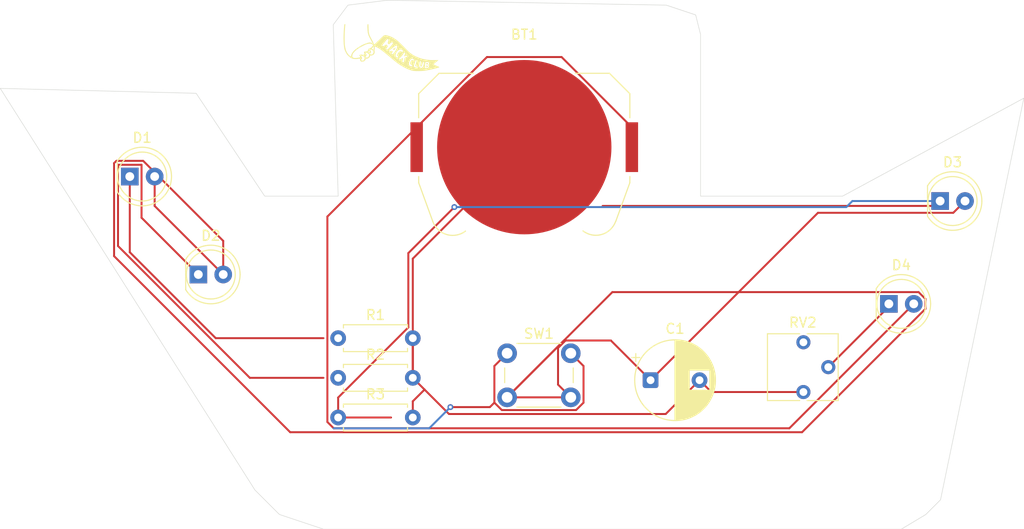
<source format=kicad_pcb>
(kicad_pcb (version 20241229) (generator "pcbnew") (generator_version "9.0")
  (layers (0 "F.Cu" signal) (2 "B.Cu" signal) (13 "F.Paste" user) (15 "B.Paste" user) (5 "F.SilkS" user "F.Silkscreen") (7 "B.SilkS" user "B.Silkscreen") (1 "F.Mask" user) (3 "B.Mask" user) (25 "Edge.Cuts" user))
  (net 0 "")
  (net 1 "Net-(D1-K)")
  (net 2 "Net-(BT1-+)")
  (net 3 "Net-(D2-K)")
  (net 4 "Net-(BT1--)")
  (net 5 "Net-(D1-A)")
  (net 6 "Net-(D3-K)")
  (net 7 "Net-(D4-K)")
  (footprint "Potentiometer_THT:Potentiometer_Vishay_T73YP_Vertical" (layer "F.Cu") (at 217.5 102)
    (property "Reference" "RV2" (at -0.06 -7.09 0) (layer "F.SilkS"))
    (property "Value" "R_Potentiometer")
    (fp_line (start -3.67 -5.95) (end -3.67 0.87) (stroke (width 0.12)) (layer "F.SilkS"))
    (fp_line (start -3.67 -5.95) (end -0.382 -5.95) (stroke (width 0.12)) (layer "F.SilkS"))
    (fp_line (start -3.67 0.87) (end -0.382 0.87) (stroke (width 0.12)) (layer "F.SilkS"))
    (fp_line (start 0.382 -5.95) (end 3.55 -5.95) (stroke (width 0.12)) (layer "F.SilkS"))
    (fp_line (start 0.382 0.87) (end 3.55 0.87) (stroke (width 0.12)) (layer "F.SilkS"))
    (fp_line (start 3.55 -5.95) (end 3.55 0.87) (stroke (width 0.12)) (layer "F.SilkS"))
    (pad "1" thru_hole circle (at 0 0) (size 1.44 1.44) (drill 0.8) (layers "*.Cu" "*.Mask") (net 4 "Net-(BT1--)"))
    (pad "2" thru_hole circle (at 2.54 -2.54) (size 1.44 1.44) (drill 0.8) (layers "*.Cu" "*.Mask") (net 7 "Net-(D4-K)"))
    (pad "3" thru_hole circle (at 0 -5.08) (size 1.44 1.44) (drill 0.8) (layers "*.Cu" "*.Mask"))
  )
  (footprint "LED_THT:LED_D5.0mm" (layer "F.Cu") (at 148.725 80)
    (property "Reference" "D1" (at 1.27 -3.96 0) (layer "F.SilkS"))
    (property "Value" "LED")
    (fp_line (start -1.29 -1.545) (end -1.29 1.545) (stroke (width 0.12)) (layer "F.SilkS"))
    (fp_arc (start -1.29 -1.54483) (mid 2.071779 -2.880495) (end 4.26 0) (stroke (width 0.12)) (layer "F.SilkS"))
    (fp_arc (start 4.26 0) (mid 2.071779 2.880495) (end -1.29 1.54483) (stroke (width 0.12)) (layer "F.SilkS"))
    (fp_circle (center 1.27 0) (end 3.77 0) (stroke (width 0.12)) (fill no) (layer "F.SilkS"))
    (pad "1" thru_hole rect (at 0 0) (size 1.8 1.8) (drill 0.9) (layers "*.Cu" "*.Mask") (net 1 "Net-(D1-K)"))
    (pad "2" thru_hole circle (at 2.54 0) (size 1.8 1.8) (drill 0.9) (layers "*.Cu" "*.Mask") (net 5 "Net-(D1-A)"))
  )
  (footprint "Capacitor_THT:CP_Radial_D8.0mm_P5.00mm" (layer "F.Cu") (at 201.894698 100.791925)
    (property "Reference" "C1" (at 2.5 -5.25 0) (layer "F.SilkS"))
    (property "Value" "C")
    (fp_line (start -1.909698 -2.315) (end -1.109698 -2.315) (stroke (width 0.12)) (layer "F.SilkS"))
    (fp_line (start -1.509698 -2.715) (end -1.509698 -1.915) (stroke (width 0.12)) (layer "F.SilkS"))
    (fp_line (start 2.5 -4.08) (end 2.5 4.08) (stroke (width 0.12)) (layer "F.SilkS"))
    (fp_line (start 2.54 -4.08) (end 2.54 4.08) (stroke (width 0.12)) (layer "F.SilkS"))
    (fp_line (start 2.58 -4.079) (end 2.58 4.079) (stroke (width 0.12)) (layer "F.SilkS"))
    (fp_line (start 2.62 -4.078) (end 2.62 4.078) (stroke (width 0.12)) (layer "F.SilkS"))
    (fp_line (start 2.66 -4.077) (end 2.66 4.077) (stroke (width 0.12)) (layer "F.SilkS"))
    (fp_line (start 2.7 -4.075) (end 2.7 4.075) (stroke (width 0.12)) (layer "F.SilkS"))
    (fp_line (start 2.74 -4.073) (end 2.74 4.073) (stroke (width 0.12)) (layer "F.SilkS"))
    (fp_line (start 2.78 -4.07) (end 2.78 4.07) (stroke (width 0.12)) (layer "F.SilkS"))
    (fp_line (start 2.82 -4.068) (end 2.82 4.068) (stroke (width 0.12)) (layer "F.SilkS"))
    (fp_line (start 2.86 -4.064) (end 2.86 4.064) (stroke (width 0.12)) (layer "F.SilkS"))
    (fp_line (start 2.9 -4.061) (end 2.9 4.061) (stroke (width 0.12)) (layer "F.SilkS"))
    (fp_line (start 2.94 -4.056) (end 2.94 4.056) (stroke (width 0.12)) (layer "F.SilkS"))
    (fp_line (start 2.98 -4.052) (end 2.98 4.052) (stroke (width 0.12)) (layer "F.SilkS"))
    (fp_line (start 3.02 -4.047) (end 3.02 4.047) (stroke (width 0.12)) (layer "F.SilkS"))
    (fp_line (start 3.06 -4.042) (end 3.06 4.042) (stroke (width 0.12)) (layer "F.SilkS"))
    (fp_line (start 3.1 -4.036) (end 3.1 4.036) (stroke (width 0.12)) (layer "F.SilkS"))
    (fp_line (start 3.14 -4.03) (end 3.14 4.03) (stroke (width 0.12)) (layer "F.SilkS"))
    (fp_line (start 3.18 -4.023) (end 3.18 4.023) (stroke (width 0.12)) (layer "F.SilkS"))
    (fp_line (start 3.22 -4.017) (end 3.22 4.017) (stroke (width 0.12)) (layer "F.SilkS"))
    (fp_line (start 3.26 -4.009) (end 3.26 4.009) (stroke (width 0.12)) (layer "F.SilkS"))
    (fp_line (start 3.3 -4.002) (end 3.3 4.002) (stroke (width 0.12)) (layer "F.SilkS"))
    (fp_line (start 3.34 -3.993) (end 3.34 3.993) (stroke (width 0.12)) (layer "F.SilkS"))
    (fp_line (start 3.38 -3.985) (end 3.38 3.985) (stroke (width 0.12)) (layer "F.SilkS"))
    (fp_line (start 3.42 -3.976) (end 3.42 3.976) (stroke (width 0.12)) (layer "F.SilkS"))
    (fp_line (start 3.46 -3.967) (end 3.46 3.967) (stroke (width 0.12)) (layer "F.SilkS"))
    (fp_line (start 3.5 -3.957) (end 3.5 3.957) (stroke (width 0.12)) (layer "F.SilkS"))
    (fp_line (start 3.54 -3.947) (end 3.54 3.947) (stroke (width 0.12)) (layer "F.SilkS"))
    (fp_line (start 3.58 -3.936) (end 3.58 3.936) (stroke (width 0.12)) (layer "F.SilkS"))
    (fp_line (start 3.62 -3.925) (end 3.62 3.925) (stroke (width 0.12)) (layer "F.SilkS"))
    (fp_line (start 3.66 -3.913) (end 3.66 3.913) (stroke (width 0.12)) (layer "F.SilkS"))
    (fp_line (start 3.7 -3.901) (end 3.7 3.901) (stroke (width 0.12)) (layer "F.SilkS"))
    (fp_line (start 3.74 -3.889) (end 3.74 3.889) (stroke (width 0.12)) (layer "F.SilkS"))
    (fp_line (start 3.78 -3.876) (end 3.78 3.876) (stroke (width 0.12)) (layer "F.SilkS"))
    (fp_line (start 3.82 -3.863) (end 3.82 3.863) (stroke (width 0.12)) (layer "F.SilkS"))
    (fp_line (start 3.86 -3.849) (end 3.86 3.849) (stroke (width 0.12)) (layer "F.SilkS"))
    (fp_line (start 3.9 -3.835) (end 3.9 3.835) (stroke (width 0.12)) (layer "F.SilkS"))
    (fp_line (start 3.94 -3.82) (end 3.94 3.82) (stroke (width 0.12)) (layer "F.SilkS"))
    (fp_line (start 3.98 -3.805) (end 3.98 -1.04) (stroke (width 0.12)) (layer "F.SilkS"))
    (fp_line (start 3.98 1.04) (end 3.98 3.805) (stroke (width 0.12)) (layer "F.SilkS"))
    (fp_line (start 4.02 -3.789) (end 4.02 -1.04) (stroke (width 0.12)) (layer "F.SilkS"))
    (fp_line (start 4.02 1.04) (end 4.02 3.789) (stroke (width 0.12)) (layer "F.SilkS"))
    (fp_line (start 4.06 -3.773) (end 4.06 -1.04) (stroke (width 0.12)) (layer "F.SilkS"))
    (fp_line (start 4.06 1.04) (end 4.06 3.773) (stroke (width 0.12)) (layer "F.SilkS"))
    (fp_line (start 4.1 -3.757) (end 4.1 -1.04) (stroke (width 0.12)) (layer "F.SilkS"))
    (fp_line (start 4.1 1.04) (end 4.1 3.757) (stroke (width 0.12)) (layer "F.SilkS"))
    (fp_line (start 4.14 -3.74) (end 4.14 -1.04) (stroke (width 0.12)) (layer "F.SilkS"))
    (fp_line (start 4.14 1.04) (end 4.14 3.74) (stroke (width 0.12)) (layer "F.SilkS"))
    (fp_line (start 4.18 -3.722) (end 4.18 -1.04) (stroke (width 0.12)) (layer "F.SilkS"))
    (fp_line (start 4.18 1.04) (end 4.18 3.722) (stroke (width 0.12)) (layer "F.SilkS"))
    (fp_line (start 4.22 -3.704) (end 4.22 -1.04) (stroke (width 0.12)) (layer "F.SilkS"))
    (fp_line (start 4.22 1.04) (end 4.22 3.704) (stroke (width 0.12)) (layer "F.SilkS"))
    (fp_line (start 4.26 -3.685) (end 4.26 -1.04) (stroke (width 0.12)) (layer "F.SilkS"))
    (fp_line (start 4.26 1.04) (end 4.26 3.685) (stroke (width 0.12)) (layer "F.SilkS"))
    (fp_line (start 4.3 -3.666) (end 4.3 -1.04) (stroke (width 0.12)) (layer "F.SilkS"))
    (fp_line (start 4.3 1.04) (end 4.3 3.666) (stroke (width 0.12)) (layer "F.SilkS"))
    (fp_line (start 4.34 -3.646) (end 4.34 -1.04) (stroke (width 0.12)) (layer "F.SilkS"))
    (fp_line (start 4.34 1.04) (end 4.34 3.646) (stroke (width 0.12)) (layer "F.SilkS"))
    (fp_line (start 4.38 -3.626) (end 4.38 -1.04) (stroke (width 0.12)) (layer "F.SilkS"))
    (fp_line (start 4.38 1.04) (end 4.38 3.626) (stroke (width 0.12)) (layer "F.SilkS"))
    (fp_line (start 4.42 -3.605) (end 4.42 -1.04) (stroke (width 0.12)) (layer "F.SilkS"))
    (fp_line (start 4.42 1.04) (end 4.42 3.605) (stroke (width 0.12)) (layer "F.SilkS"))
    (fp_line (start 4.46 -3.584) (end 4.46 -1.04) (stroke (width 0.12)) (layer "F.SilkS"))
    (fp_line (start 4.46 1.04) (end 4.46 3.584) (stroke (width 0.12)) (layer "F.SilkS"))
    (fp_line (start 4.5 -3.562) (end 4.5 -1.04) (stroke (width 0.12)) (layer "F.SilkS"))
    (fp_line (start 4.5 1.04) (end 4.5 3.562) (stroke (width 0.12)) (layer "F.SilkS"))
    (fp_line (start 4.54 -3.539) (end 4.54 -1.04) (stroke (width 0.12)) (layer "F.SilkS"))
    (fp_line (start 4.54 1.04) (end 4.54 3.539) (stroke (width 0.12)) (layer "F.SilkS"))
    (fp_line (start 4.58 -3.516) (end 4.58 -1.04) (stroke (width 0.12)) (layer "F.SilkS"))
    (fp_line (start 4.58 1.04) (end 4.58 3.516) (stroke (width 0.12)) (layer "F.SilkS"))
    (fp_line (start 4.62 -3.493) (end 4.62 -1.04) (stroke (width 0.12)) (layer "F.SilkS"))
    (fp_line (start 4.62 1.04) (end 4.62 3.493) (stroke (width 0.12)) (layer "F.SilkS"))
    (fp_line (start 4.66 -3.468) (end 4.66 -1.04) (stroke (width 0.12)) (layer "F.SilkS"))
    (fp_line (start 4.66 1.04) (end 4.66 3.468) (stroke (width 0.12)) (layer "F.SilkS"))
    (fp_line (start 4.7 -3.443) (end 4.7 -1.04) (stroke (width 0.12)) (layer "F.SilkS"))
    (fp_line (start 4.7 1.04) (end 4.7 3.443) (stroke (width 0.12)) (layer "F.SilkS"))
    (fp_line (start 4.74 -3.418) (end 4.74 -1.04) (stroke (width 0.12)) (layer "F.SilkS"))
    (fp_line (start 4.74 1.04) (end 4.74 3.418) (stroke (width 0.12)) (layer "F.SilkS"))
    (fp_line (start 4.78 -3.392) (end 4.78 -1.04) (stroke (width 0.12)) (layer "F.SilkS"))
    (fp_line (start 4.78 1.04) (end 4.78 3.392) (stroke (width 0.12)) (layer "F.SilkS"))
    (fp_line (start 4.82 -3.365) (end 4.82 -1.04) (stroke (width 0.12)) (layer "F.SilkS"))
    (fp_line (start 4.82 1.04) (end 4.82 3.365) (stroke (width 0.12)) (layer "F.SilkS"))
    (fp_line (start 4.86 -3.337) (end 4.86 -1.04) (stroke (width 0.12)) (layer "F.SilkS"))
    (fp_line (start 4.86 1.04) (end 4.86 3.337) (stroke (width 0.12)) (layer "F.SilkS"))
    (fp_line (start 4.9 -3.309) (end 4.9 -1.04) (stroke (width 0.12)) (layer "F.SilkS"))
    (fp_line (start 4.9 1.04) (end 4.9 3.309) (stroke (width 0.12)) (layer "F.SilkS"))
    (fp_line (start 4.94 -3.28) (end 4.94 -1.04) (stroke (width 0.12)) (layer "F.SilkS"))
    (fp_line (start 4.94 1.04) (end 4.94 3.28) (stroke (width 0.12)) (layer "F.SilkS"))
    (fp_line (start 4.98 -3.25) (end 4.98 -1.04) (stroke (width 0.12)) (layer "F.SilkS"))
    (fp_line (start 4.98 1.04) (end 4.98 3.25) (stroke (width 0.12)) (layer "F.SilkS"))
    (fp_line (start 5.02 -3.219) (end 5.02 -1.04) (stroke (width 0.12)) (layer "F.SilkS"))
    (fp_line (start 5.02 1.04) (end 5.02 3.219) (stroke (width 0.12)) (layer "F.SilkS"))
    (fp_line (start 5.06 -3.188) (end 5.06 -1.04) (stroke (width 0.12)) (layer "F.SilkS"))
    (fp_line (start 5.06 1.04) (end 5.06 3.188) (stroke (width 0.12)) (layer "F.SilkS"))
    (fp_line (start 5.1 -3.156) (end 5.1 -1.04) (stroke (width 0.12)) (layer "F.SilkS"))
    (fp_line (start 5.1 1.04) (end 5.1 3.156) (stroke (width 0.12)) (layer "F.SilkS"))
    (fp_line (start 5.14 -3.123) (end 5.14 -1.04) (stroke (width 0.12)) (layer "F.SilkS"))
    (fp_line (start 5.14 1.04) (end 5.14 3.123) (stroke (width 0.12)) (layer "F.SilkS"))
    (fp_line (start 5.18 -3.089) (end 5.18 -1.04) (stroke (width 0.12)) (layer "F.SilkS"))
    (fp_line (start 5.18 1.04) (end 5.18 3.089) (stroke (width 0.12)) (layer "F.SilkS"))
    (fp_line (start 5.22 -3.055) (end 5.22 -1.04) (stroke (width 0.12)) (layer "F.SilkS"))
    (fp_line (start 5.22 1.04) (end 5.22 3.055) (stroke (width 0.12)) (layer "F.SilkS"))
    (fp_line (start 5.26 -3.019) (end 5.26 -1.04) (stroke (width 0.12)) (layer "F.SilkS"))
    (fp_line (start 5.26 1.04) (end 5.26 3.019) (stroke (width 0.12)) (layer "F.SilkS"))
    (fp_line (start 5.3 -2.982) (end 5.3 -1.04) (stroke (width 0.12)) (layer "F.SilkS"))
    (fp_line (start 5.3 1.04) (end 5.3 2.982) (stroke (width 0.12)) (layer "F.SilkS"))
    (fp_line (start 5.34 -2.945) (end 5.34 -1.04) (stroke (width 0.12)) (layer "F.SilkS"))
    (fp_line (start 5.34 1.04) (end 5.34 2.945) (stroke (width 0.12)) (layer "F.SilkS"))
    (fp_line (start 5.38 -2.906) (end 5.38 -1.04) (stroke (width 0.12)) (layer "F.SilkS"))
    (fp_line (start 5.38 1.04) (end 5.38 2.906) (stroke (width 0.12)) (layer "F.SilkS"))
    (fp_line (start 5.42 -2.867) (end 5.42 -1.04) (stroke (width 0.12)) (layer "F.SilkS"))
    (fp_line (start 5.42 1.04) (end 5.42 2.867) (stroke (width 0.12)) (layer "F.SilkS"))
    (fp_line (start 5.46 -2.826) (end 5.46 -1.04) (stroke (width 0.12)) (layer "F.SilkS"))
    (fp_line (start 5.46 1.04) (end 5.46 2.826) (stroke (width 0.12)) (layer "F.SilkS"))
    (fp_line (start 5.5 -2.784) (end 5.5 -1.04) (stroke (width 0.12)) (layer "F.SilkS"))
    (fp_line (start 5.5 1.04) (end 5.5 2.784) (stroke (width 0.12)) (layer "F.SilkS"))
    (fp_line (start 5.54 -2.741) (end 5.54 -1.04) (stroke (width 0.12)) (layer "F.SilkS"))
    (fp_line (start 5.54 1.04) (end 5.54 2.741) (stroke (width 0.12)) (layer "F.SilkS"))
    (fp_line (start 5.58 -2.696) (end 5.58 -1.04) (stroke (width 0.12)) (layer "F.SilkS"))
    (fp_line (start 5.58 1.04) (end 5.58 2.696) (stroke (width 0.12)) (layer "F.SilkS"))
    (fp_line (start 5.62 -2.651) (end 5.62 -1.04) (stroke (width 0.12)) (layer "F.SilkS"))
    (fp_line (start 5.62 1.04) (end 5.62 2.651) (stroke (width 0.12)) (layer "F.SilkS"))
    (fp_line (start 5.66 -2.604) (end 5.66 -1.04) (stroke (width 0.12)) (layer "F.SilkS"))
    (fp_line (start 5.66 1.04) (end 5.66 2.604) (stroke (width 0.12)) (layer "F.SilkS"))
    (fp_line (start 5.7 -2.555) (end 5.7 -1.04) (stroke (width 0.12)) (layer "F.SilkS"))
    (fp_line (start 5.7 1.04) (end 5.7 2.555) (stroke (width 0.12)) (layer "F.SilkS"))
    (fp_line (start 5.74 -2.505) (end 5.74 -1.04) (stroke (width 0.12)) (layer "F.SilkS"))
    (fp_line (start 5.74 1.04) (end 5.74 2.505) (stroke (width 0.12)) (layer "F.SilkS"))
    (fp_line (start 5.78 -2.453) (end 5.78 -1.04) (stroke (width 0.12)) (layer "F.SilkS"))
    (fp_line (start 5.78 1.04) (end 5.78 2.453) (stroke (width 0.12)) (layer "F.SilkS"))
    (fp_line (start 5.82 -2.4) (end 5.82 -1.04) (stroke (width 0.12)) (layer "F.SilkS"))
    (fp_line (start 5.82 1.04) (end 5.82 2.4) (stroke (width 0.12)) (layer "F.SilkS"))
    (fp_line (start 5.86 -2.344) (end 5.86 -1.04) (stroke (width 0.12)) (layer "F.SilkS"))
    (fp_line (start 5.86 1.04) (end 5.86 2.344) (stroke (width 0.12)) (layer "F.SilkS"))
    (fp_line (start 5.9 -2.287) (end 5.9 -1.04) (stroke (width 0.12)) (layer "F.SilkS"))
    (fp_line (start 5.9 1.04) (end 5.9 2.287) (stroke (width 0.12)) (layer "F.SilkS"))
    (fp_line (start 5.94 -2.227) (end 5.94 -1.04) (stroke (width 0.12)) (layer "F.SilkS"))
    (fp_line (start 5.94 1.04) (end 5.94 2.227) (stroke (width 0.12)) (layer "F.SilkS"))
    (fp_line (start 5.98 -2.165) (end 5.98 -1.04) (stroke (width 0.12)) (layer "F.SilkS"))
    (fp_line (start 5.98 1.04) (end 5.98 2.165) (stroke (width 0.12)) (layer "F.SilkS"))
    (fp_line (start 6.02 -2.101) (end 6.02 -1.04) (stroke (width 0.12)) (layer "F.SilkS"))
    (fp_line (start 6.02 1.04) (end 6.02 2.101) (stroke (width 0.12)) (layer "F.SilkS"))
    (fp_line (start 6.06 -2.034) (end 6.06 2.034) (stroke (width 0.12)) (layer "F.SilkS"))
    (fp_line (start 6.1 -1.964) (end 6.1 1.964) (stroke (width 0.12)) (layer "F.SilkS"))
    (fp_line (start 6.14 -1.89) (end 6.14 1.89) (stroke (width 0.12)) (layer "F.SilkS"))
    (fp_line (start 6.18 -1.813) (end 6.18 1.813) (stroke (width 0.12)) (layer "F.SilkS"))
    (fp_line (start 6.22 -1.731) (end 6.22 1.731) (stroke (width 0.12)) (layer "F.SilkS"))
    (fp_line (start 6.26 -1.644) (end 6.26 1.644) (stroke (width 0.12)) (layer "F.SilkS"))
    (fp_line (start 6.3 -1.552) (end 6.3 1.552) (stroke (width 0.12)) (layer "F.SilkS"))
    (fp_line (start 6.34 -1.453) (end 6.34 1.453) (stroke (width 0.12)) (layer "F.SilkS"))
    (fp_line (start 6.38 -1.346) (end 6.38 1.346) (stroke (width 0.12)) (layer "F.SilkS"))
    (fp_line (start 6.42 -1.228) (end 6.42 1.228) (stroke (width 0.12)) (layer "F.SilkS"))
    (fp_line (start 6.46 -1.097) (end 6.46 1.097) (stroke (width 0.12)) (layer "F.SilkS"))
    (fp_line (start 6.5 -0.947) (end 6.5 0.947) (stroke (width 0.12)) (layer "F.SilkS"))
    (fp_line (start 6.54 -0.768) (end 6.54 0.768) (stroke (width 0.12)) (layer "F.SilkS"))
    (fp_line (start 6.58 -0.533) (end 6.58 0.533) (stroke (width 0.12)) (layer "F.SilkS"))
    (fp_circle (center 2.5 0) (end 6.62 0) (stroke (width 0.12)) (fill no) (layer "F.SilkS"))
    (pad "1" thru_hole roundrect (at 0 0) (size 1.6 1.6) (drill 0.8) (layers "*.Cu" "*.Mask") (roundrect_rratio 0.15625) (net 5 "Net-(D1-A)"))
    (pad "2" thru_hole circle (at 5 0) (size 1.6 1.6) (drill 0.8) (layers "*.Cu" "*.Mask") (net 4 "Net-(BT1--)"))
  )
  (footprint "Battery:BatteryHolder_Keystone_3034_1x20mm" (layer "F.Cu") (at 189 77)
    (property "Reference" "BT1" (at 0 -11.5 0) (layer "F.SilkS"))
    (property "Value" "Battery_Cell")
    (fp_line (start -10.78 -5.46) (end -10.78 -3) (stroke (width 0.12)) (layer "F.SilkS"))
    (fp_line (start -10.78 3) (end -10.78 3.63) (stroke (width 0.12)) (layer "F.SilkS"))
    (fp_line (start -10.78 3.63) (end -9.34 7.58) (stroke (width 0.12)) (layer "F.SilkS"))
    (fp_line (start -8.7 -7.54) (end -10.78 -5.46) (stroke (width 0.12)) (layer "F.SilkS"))
    (fp_line (start -5.2 -7.54) (end -8.7 -7.54) (stroke (width 0.12)) (layer "F.SilkS"))
    (fp_line (start 8.7 -7.54) (end 5.2 -7.54) (stroke (width 0.12)) (layer "F.SilkS"))
    (fp_line (start 8.7 -7.54) (end 10.78 -5.46) (stroke (width 0.12)) (layer "F.SilkS"))
    (fp_line (start 10.78 -5.46) (end 10.78 -3) (stroke (width 0.12)) (layer "F.SilkS"))
    (fp_line (start 10.78 3) (end 10.78 3.63) (stroke (width 0.12)) (layer "F.SilkS"))
    (fp_line (start 10.78 3.63) (end 9.34 7.58) (stroke (width 0.12)) (layer "F.SilkS"))
    (fp_arc (start -6.003354 8.56653) (mid -7.921654 8.918738) (end -9.34 7.58) (stroke (width 0.12)) (layer "F.SilkS"))
    (fp_arc (start 9.325243 7.588169) (mid 7.90634 8.911668) (end 6 8.55) (stroke (width 0.12)) (layer "F.SilkS"))
    (pad "1" smd rect (at -10.985 0) (size 1.27 5.08) (layers "F.Cu" "F.Mask" "F.Paste") (net 2 "Net-(BT1-+)"))
    (pad "1" smd rect (at 10.985 0) (size 1.27 5.08) (layers "F.Cu" "F.Mask" "F.Paste") (net 2 "Net-(BT1-+)"))
    (pad "2" smd circle (at 0 0) (size 17.8 17.8) (layers "F.Cu" "F.Mask") (net 4 "Net-(BT1--)"))
  )
  (footprint "Button_Switch_THT:SW_PUSH_6mm" (layer "F.Cu") (at 187.25 98.041925)
    (property "Reference" "SW1" (at 3.25 -2 0) (layer "F.SilkS"))
    (property "Value" "SW_Push")
    (fp_line (start -0.25 1.5) (end -0.25 3) (stroke (width 0.12)) (layer "F.SilkS"))
    (fp_line (start 1 5.5) (end 5.5 5.5) (stroke (width 0.12)) (layer "F.SilkS"))
    (fp_line (start 5.5 -1) (end 1 -1) (stroke (width 0.12)) (layer "F.SilkS"))
    (fp_line (start 6.75 3) (end 6.75 1.5) (stroke (width 0.12)) (layer "F.SilkS"))
    (pad "1" thru_hole circle (at 0 0 90) (size 2 2) (drill 1.1) (layers "*.Cu" "*.Mask") (net 2 "Net-(BT1-+)"))
    (pad "1" thru_hole circle (at 6.5 0 90) (size 2 2) (drill 1.1) (layers "*.Cu" "*.Mask") (net 2 "Net-(BT1-+)"))
    (pad "2" thru_hole circle (at 0 4.5 90) (size 2 2) (drill 1.1) (layers "*.Cu" "*.Mask") (net 5 "Net-(D1-A)"))
    (pad "2" thru_hole circle (at 6.5 4.5 90) (size 2 2) (drill 1.1) (layers "*.Cu" "*.Mask") (net 5 "Net-(D1-A)"))
  )
  (footprint "Resistor_THT:R_Axial_DIN0207_L6.3mm_D2.5mm_P7.62mm_Horizontal" (layer "F.Cu") (at 170 100.55)
    (property "Reference" "R2" (at 3.81 -2.37 0) (layer "F.SilkS"))
    (property "Value" "R")
    (fp_line (start 0.54 -1.37) (end 7.08 -1.37) (stroke (width 0.12)) (layer "F.SilkS"))
    (fp_line (start 0.54 -1.04) (end 0.54 -1.37) (stroke (width 0.12)) (layer "F.SilkS"))
    (fp_line (start 0.54 1.04) (end 0.54 1.37) (stroke (width 0.12)) (layer "F.SilkS"))
    (fp_line (start 0.54 1.37) (end 7.08 1.37) (stroke (width 0.12)) (layer "F.SilkS"))
    (fp_line (start 7.08 -1.37) (end 7.08 -1.04) (stroke (width 0.12)) (layer "F.SilkS"))
    (fp_line (start 7.08 1.37) (end 7.08 1.04) (stroke (width 0.12)) (layer "F.SilkS"))
    (pad "1" thru_hole circle (at 0 0) (size 1.6 1.6) (drill 0.8) (layers "*.Cu" "*.Mask") (net 3 "Net-(D2-K)"))
    (pad "2" thru_hole circle (at 7.62 0) (size 1.6 1.6) (drill 0.8) (layers "*.Cu" "*.Mask") (net 4 "Net-(BT1--)"))
  )
  (footprint "LED_THT:LED_D5.0mm" (layer "F.Cu") (at 231.46 82.5)
    (property "Reference" "D3" (at 1.27 -3.96 0) (layer "F.SilkS"))
    (property "Value" "LED")
    (fp_line (start -1.29 -1.545) (end -1.29 1.545) (stroke (width 0.12)) (layer "F.SilkS"))
    (fp_arc (start -1.29 -1.54483) (mid 2.071779 -2.880495) (end 4.26 0) (stroke (width 0.12)) (layer "F.SilkS"))
    (fp_arc (start 4.26 0) (mid 2.071779 2.880495) (end -1.29 1.54483) (stroke (width 0.12)) (layer "F.SilkS"))
    (fp_circle (center 1.27 0) (end 3.77 0) (stroke (width 0.12)) (fill no) (layer "F.SilkS"))
    (pad "1" thru_hole rect (at 0 0) (size 1.8 1.8) (drill 0.9) (layers "*.Cu" "*.Mask") (net 6 "Net-(D3-K)"))
    (pad "2" thru_hole circle (at 2.54 0) (size 1.8 1.8) (drill 0.9) (layers "*.Cu" "*.Mask") (net 5 "Net-(D1-A)"))
  )
  (footprint "LED_THT:LED_D5.0mm" (layer "F.Cu") (at 155.725 90)
    (property "Reference" "D2" (at 1.27 -3.96 0) (layer "F.SilkS"))
    (property "Value" "LED")
    (fp_line (start -1.29 -1.545) (end -1.29 1.545) (stroke (width 0.12)) (layer "F.SilkS"))
    (fp_arc (start -1.29 -1.54483) (mid 2.071779 -2.880495) (end 4.26 0) (stroke (width 0.12)) (layer "F.SilkS"))
    (fp_arc (start 4.26 0) (mid 2.071779 2.880495) (end -1.29 1.54483) (stroke (width 0.12)) (layer "F.SilkS"))
    (fp_circle (center 1.27 0) (end 3.77 0) (stroke (width 0.12)) (fill no) (layer "F.SilkS"))
    (pad "1" thru_hole rect (at 0 0) (size 1.8 1.8) (drill 0.9) (layers "*.Cu" "*.Mask") (net 3 "Net-(D2-K)"))
    (pad "2" thru_hole circle (at 2.54 0) (size 1.8 1.8) (drill 0.9) (layers "*.Cu" "*.Mask") (net 5 "Net-(D1-A)"))
  )
  (footprint "LOGO" (layer "F.Cu") (at 175.5 67)
    (property "Reference" "  " (at 0 0 0) (layer "F.SilkS") (effects (font (size 1.5 1.5) (thickness 0.3))))
    (property "Value" "LOGO" (hide yes))
    (fp_poly (pts (xy 3.586452 1.672029) (xy 3.64564 1.702425) (xy 3.666844 1.744435) (xy 3.65361 1.787961) (xy 3.609485 1.822906) (xy 3.538016 1.839173) (xy 3.527665 1.839391) (xy 3.471095 1.836619) (xy 3.449113 1.820897) (xy 3.449477 1.78111) (xy 3.451072 1.769849) (xy 3.473613 1.698054) (xy 3.517202 1.666682)) (fill yes) (layer "F.SilkS"))
    (fp_poly (pts (xy 3.564608 1.403869) (xy 3.579197 1.406985) (xy 3.636435 1.425619) (xy 3.670943 1.448165) (xy 3.671739 1.449318) (xy 3.671593 1.485848) (xy 3.640539 1.524431) (xy 3.592074 1.552145) (xy 3.557992 1.55821) (xy 3.520998 1.551569) (xy 3.505655 1.522675) (xy 3.503044 1.474337) (xy 3.505583 1.419209) (xy 3.521802 1.399525)) (fill yes) (layer "F.SilkS"))
    (fp_poly (pts (xy 0.361657 -0.156402) (xy 0.362806 -0.147273) (xy 0.350936 -0.106638) (xy 0.3223 -0.047871) (xy 0.286354 0.01273) (xy 0.252555 0.058866) (xy 0.234317 0.074167) (xy 0.200568 0.067455) (xy 0.149396 0.041066) (xy 0.1434 0.037201) (xy 0.075914 -0.00728) (xy 0.166831 -0.064384) (xy 0.257668 -0.120196) (xy 0.316158 -0.152335) (xy 0.348691 -0.163502)) (fill yes) (layer "F.SilkS"))
    (fp_poly (pts (xy -2.435713 -2.562609) (xy -2.423992 -2.54888) (xy -2.415311 -2.518241) (xy -2.408817 -2.464346) (xy -2.403658 -2.380849) (xy -2.398981 -2.261404) (xy -2.395442 -2.149862) (xy -2.387489 -1.952336) (xy -2.375073 -1.790732) (xy -2.355402 -1.654142) (xy -2.325685 -1.531653) (xy -2.283132 -1.412356) (xy -2.224951 -1.285341) (xy -2.148352 -1.139696) (xy -2.127213 -1.101292) (xy -2.040923 -0.942083) (xy -1.973091 -0.808125) (xy -1.917 -0.685141) (xy -1.865928 -0.558857) (xy -1.842694 -0.49688) (xy -1.832485 -0.490172) (xy -1.809753 -0.499043) (xy -1.771344 -0.526213) (xy -1.714107 -0.5744) (xy -1.63489 -0.646324) (xy -1.530539 -0.744707) (xy -1.397903 -0.872266) (xy -1.319886 -0.947941) (xy -1.176021 -1.087641) (xy -1.061492 -1.198099) (xy -0.972046 -1.282749) (xy -0.903425 -1.345025) (xy -0.851375 -1.38836) (xy -0.81164 -1.416189) (xy -0.779964 -1.431945) (xy -0.752092 -1.439062) (xy -0.723769 -1.440975) (xy -0.708774 -1.441052) (xy -0.572439 -1.427816) (xy -0.410059 -1.390442) (xy -0.233437 -1.332427) (xy -0.054375 -1.257271) (xy 0 -1.230931) (xy 0.118511 -1.168709) (xy 0.231522 -1.102652) (xy 0.342986 -1.029369) (xy 0.456859 -0.945464) (xy 0.577095 -0.847545) (xy 0.707649 -0.732218) (xy 0.852476 -0.59609) (xy 1.01553 -0.435767) (xy 1.200766 -0.247856) (xy 1.412139 -0.028963) (xy 1.464483 0.02572) (xy 1.679512 0.236312) (xy 1.891102 0.412115) (xy 2.111729 0.562417) (xy 2.353872 0.696507) (xy 2.38903 0.713942) (xy 2.747031 0.867829) (xy 3.116113 0.983209) (xy 3.501471 1.061126) (xy 3.908295 1.102627) (xy 4.341777 1.108759) (xy 4.348009 1.1086) (xy 4.476877 1.106334) (xy 4.586639 1.106491) (xy 4.669967 1.108887) (xy 4.719535 1.113339) (xy 4.730032 1.118149) (xy 4.708121 1.139439) (xy 4.656671 1.183884) (xy 4.582824 1.245467) (xy 4.493716 1.31817) (xy 4.470795 1.336651) (xy 4.2238 1.535347) (xy 4.443357 1.637843) (xy 4.547259 1.685893) (xy 4.64588 1.73071) (xy 4.724736 1.765749) (xy 4.754933 1.778687) (xy 4.809526 1.807518) (xy 4.828304 1.831623) (xy 4.825228 1.83777) (xy 4.784389 1.859865) (xy 4.704092 1.888992) (xy 4.590938 1.923556) (xy 4.45153 1.961962) (xy 4.292473 2.002617) (xy 4.120369 2.043926) (xy 3.941822 2.084294) (xy 3.763434 2.122128) (xy 3.591809 2.155833) (xy 3.433551 2.183814) (xy 3.320642 2.201056) (xy 3.190047 2.21489) (xy 3.030486 2.225185) (xy 2.853806 2.231808) (xy 2.671855 2.234624) (xy 2.496479 2.233497) (xy 2.339526 2.228291) (xy 2.212843 2.218874) (xy 2.174816 2.21412) (xy 1.967886 2.169042) (xy 1.738653 2.09058) (xy 1.483647 1.977507) (xy 1.431075 1.951548) (xy 1.24308 1.854892) (xy 1.082747 1.766985) (xy 2.225053 1.766985) (xy 2.231345 1.795446) (xy 2.232143 1.796313) (xy 2.270603 1.816838) (xy 2.339839 1.839967) (xy 2.424237 1.861642) (xy 2.508188 1.877799) (xy 2.57025 1.884261) (xy 2.62295 1.876664) (xy 2.649983 1.859268) (xy 2.648138 1.825543) (xy 2.607496 1.793205) (xy 2.53596 1.767498) (xy 2.500847 1.760311) (xy 2.431798 1.746786) (xy 2.394544 1.73016) (xy 2.777884 1.73016) (xy 2.787149 1.770504) (xy 2.808514 1.803072) (xy 2.841783 1.837823) (xy 2.923092 1.896551) (xy 3.001991 1.909093) (xy 3.076386 1.875431) (xy 3.083821 1.868103) (xy 3.345022 1.868103) (xy 3.35154 1.896935) (xy 3.36478 1.911619) (xy 3.421422 1.928435) (xy 3.502792 1.931775) (xy 3.589 1.922486) (xy 3.660152 1.901412) (xy 3.66539 1.898837) (xy 3.716894 1.863117) (xy 3.746238 1.826625) (xy 3.759443 1.761638) (xy 3.757212 1.692724) (xy 3.740738 1.642265) (xy 3.736119 1.636636) (xy 3.727855 1.602286) (xy 3.752189 1.543202) (xy 3.758742 1.531801) (xy 3.791937 1.447251) (xy 3.782087 1.380063) (xy 3.729434 1.331299) (xy 3.71131 1.322807) (xy 3.655415 1.310321) (xy 3.580101 1.305911) (xy 3.503074 1.309087) (xy 3.442042 1.319365) (xy 3.417951 1.33088) (xy 3.410119 1.357717) (xy 3.398112 1.421422) (xy 3.383588 1.512364) (xy 3.368714 1.617101) (xy 3.3535 1.736264) (xy 3.345639 1.817239) (xy 3.345022 1.868103) (xy 3.083821 1.868103) (xy 3.112213 1.840118) (xy 3.171491 1.744523) (xy 3.218608 1.620336) (xy 3.247696 1.485404) (xy 3.254005 1.408845) (xy 3.253525 1.337584) (xy 3.244724 1.301591) (xy 3.223523 1.289466) (xy 3.211024 1.288745) (xy 3.172917 1.305282) (xy 3.146978 1.359881) (xy 3.14403 1.370756) (xy 3.101425 1.528026) (xy 3.064094 1.643438) (xy 3.029687 1.721374) (xy 2.995857 1.766217) (xy 2.960258 1.782348) (xy 2.926608 1.776664) (xy 2.910334 1.763683) (xy 2.90064 1.735661) (xy 2.897594 1.686487) (xy 2.901264 1.610047) (xy 2.911719 1.500228) (xy 2.929027 1.350918) (xy 2.931606 1.32975) (xy 2.93878 1.258256) (xy 2.935536 1.22159) (xy 2.918732 1.208286) (xy 2.897902 1.206734) (xy 2.861242 1.222412) (xy 2.832117 1.271884) (xy 2.809396 1.358804) (xy 2.79195 1.486828) (xy 2.784334 1.574216) (xy 2.777888 1.669059) (xy 2.777884 1.73016) (xy 2.394544 1.73016) (xy 2.390564 1.728384) (xy 2.374493 1.696281) (xy 2.380932 1.641658) (xy 2.40723 1.555691) (xy 2.424341 1.505859) (xy 2.465868 1.37218) (xy 2.492002 1.257885) (xy 2.501881 1.169393) (xy 2.49464 1.113122) (xy 2.479399 1.096503) (xy 2.451157 1.101468) (xy 2.420361 1.138175) (xy 2.385331 1.210113) (xy 2.344385 1.320774) (xy 2.295843 1.473649) (xy 2.292622 1.484343) (xy 2.25478 1.616136) (xy 2.232561 1.708783) (xy 2.225053 1.766985) (xy 1.082747 1.766985) (xy 1.071074 1.760585) (xy 0.908682 1.664182) (xy 0.749529 1.56124) (xy 0.628747 1.476453) (xy 1.72183 1.476453) (xy 1.733712 1.584083) (xy 1.774926 1.667946) (xy 1.844676 1.721153) (xy 1.847756 1.722429) (xy 1.929155 1.742111) (xy 2.002594 1.73744) (xy 2.050029 1.710814) (xy 2.06844 1.661813) (xy 2.049653 1.621001) (xy 2.004148 1.605073) (xy 1.953433 1.589162) (xy 1.906768 1.555292) (xy 1.876852 1.516861) (xy 1.865755 1.470818) (xy 1.869614 1.399202) (xy 1.870867 1.388306) (xy 1.899114 1.265353) (xy 1.953517 1.174968) (xy 2.016327 1.121783) (xy 2.059733 1.097743) (xy 2.091186 1.102051) (xy 2.131424 1.135628) (xy 2.183045 1.169064) (xy 2.219392 1.166275) (xy 2.23702 1.136382) (xy 2.232482 1.088506) (xy 2.202331 1.031768) (xy 2.180216 1.006499) (xy 2.107353 0.960101) (xy 2.029314 0.957879) (xy 1.94958 0.997955) (xy 1.871637 1.078449) (xy 1.798967 1.19748) (xy 1.789257 1.217442) (xy 1.740079 1.351944) (xy 1.72183 1.476453) (xy 0.628747 1.476453) (xy 0.58724 1.447316) (xy 0.415441 1.317964) (xy 0.227757 1.168742) (xy 0.040132 1.013654) (xy 0.691236 1.013654) (xy 0.709074 1.047635) (xy 0.756486 1.057322) (xy 0.824324 1.044812) (xy 0.903435 1.012202) (xy 0.984669 0.961589) (xy 1.011666 0.940215) (xy 1.066486 0.902372) (xy 1.098493 0.899137) (xy 1.10163 0.90267) (xy 1.104281 0.936285) (xy 1.097098 1.00223) (xy 1.081621 1.087369) (xy 1.078088 1.103652) (xy 1.058806 1.199183) (xy 1.052336 1.260424) (xy 1.058175 1.298016) (xy 1.068084 1.314515) (xy 1.11595 1.341998) (xy 1.170461 1.331876) (xy 1.216438 1.288017) (xy 1.223578 1.274904) (xy 1.240563 1.220626) (xy 1.256665 1.137968) (xy 1.267844 1.049924) (xy 1.283112 0.885649) (xy 1.422055 0.821873) (xy 1.518626 0.770443) (xy 1.570058 0.725022) (xy 1.577502 0.684325) (xy 1.563664 0.663885) (xy 1.528416 0.656982) (xy 1.460427 0.665418) (xy 1.370413 0.686995) (xy 1.269093 0.719519) (xy 1.240689 0.730083) (xy 1.225622 0.726906) (xy 1.234556 0.69413) (xy 1.268758 0.62756) (xy 1.274968 0.616486) (xy 1.328901 0.501373) (xy 1.345249 0.413389) (xy 1.32411 0.351801) (xy 1.311737 0.339395) (xy 1.274787 0.326625) (xy 1.23301 0.349303) (xy 1.18333 0.410367) (xy 1.122667 0.512752) (xy 1.114923 0.527165) (xy 1.038675 0.64167) (xy 0.928853 0.765955) (xy 0.866323 0.826423) (xy 0.792808 0.89657) (xy 0.734496 0.956794) (xy 0.698803 0.999164) (xy 0.691236 1.013654) (xy 0.040132 1.013654) (xy 0.017812 0.995205) (xy -0.175293 0.831756) (xy -0.429374 0.61707) (xy 0.353089 0.61707) (xy 0.355471 0.695052) (xy 0.36956 0.744869) (xy 0.401964 0.784941) (xy 0.418704 0.799943) (xy 0.485389 0.839957) (xy 0.552637 0.853213) (xy 0.607794 0.840119) (xy 0.638209 0.801081) (xy 0.639881 0.792833) (xy 0.62937 0.745183) (xy 0.598929 0.726834) (xy 0.551422 0.691447) (xy 0.534128 0.630903) (xy 0.543973 0.553027) (xy 0.577881 0.465647) (xy 0.632778 0.37659) (xy 0.705588 0.293683) (xy 0.793235 0.224754) (xy 0.797143 0.222314) (xy 0.864473 0.190671) (xy 0.914842 0.196655) (xy 0.962053 0.242541) (xy 0.967887 0.250456) (xy 1.011845 0.28578) (xy 1.055302 0.28262) (xy 1.089217 0.248572) (xy 1.104545 0.19123) (xy 1.099113 0.140253) (xy 1.060657 0.073092) (xy 0.991672 0.031133) (xy 0.902054 0.015865) (xy 0.801697 0.028779) (xy 0.700495 0.071366) (xy 0.688885 0.078465) (xy 0.559678 0.182128) (xy 0.456714 0.308593) (xy 0.386182 0.447927) (xy 0.354277 0.590199) (xy 0.353089 0.61707) (xy -0.429374 0.61707) (xy -0.438675 0.609211) (xy -0.671825 0.417002) (xy -0.878063 0.252748) (xy -0.962717 0.188473) (xy -0.310562 0.188473) (xy -0.308936 0.226147) (xy -0.273569 0.240563) (xy -0.206545 0.226312) (xy -0.151684 0.201586) (xy -0.095174 0.174787) (xy -0.052333 0.167498) (xy -0.007522 0.182177) (xy 0.054897 0.221285) (xy 0.078978 0.23786) (xy 0.070837 0.257798) (xy 0.040515 0.30223) (xy 0.01454 0.336193) (xy -0.039309 0.417053) (xy -0.05651 0.47486) (xy -0.037936 0.506933) (xy 0.015541 0.510589) (xy 0.06686 0.49706) (xy 0.118971 0.463533) (xy 0.185415 0.397463) (xy 0.248948 0.319049) (xy 0.345655 0.178053) (xy 0.424496 0.041288) (xy 0.48334 -0.085434) (xy 0.520056 -0.196299) (xy 0.532511 -0.285494) (xy 0.518575 -0.347204) (xy 0.500267 -0.366453) (xy 0.470698 -0.377735) (xy 0.432485 -0.375393) (xy 0.381781 -0.357071) (xy 0.314736 -0.320411) (xy 0.227505 -0.263059) (xy 0.116237 -0.182656) (xy -0.022914 -0.076847) (xy -0.193797 0.056725) (xy -0.204266 0.064982) (xy -0.276366 0.132948) (xy -0.310562 0.188473) (xy -0.962717 0.188473) (xy -1.060711 0.114069) (xy -1.22309 -0.001418) (xy -1.368519 -0.096092) (xy -1.500321 -0.172334) (xy -1.621816 -0.232525) (xy -1.712177 -0.270097) (xy -1.749044 -0.281297) (xy -1.762477 -0.26944) (xy -1.759332 -0.224367) (xy -1.756431 -0.204523) (xy -1.754808 -0.128228) (xy -1.765888 -0.037171) (xy -1.77414 -0.000001) (xy -1.792646 0.122292) (xy -1.78373 0.201497) (xy -1.772278 0.330521) (xy -1.801965 0.445149) (xy -1.867797 0.539228) (xy -1.964781 0.606608) (xy -2.087924 0.641137) (xy -2.143251 0.644372) (xy -2.206087 0.648902) (xy -2.233635 0.665663) (xy -2.237818 0.685378) (xy -2.259229 0.762118) (xy -2.31551 0.837416) (xy -2.395212 0.902704) (xy -2.486888 0.949414) (xy -2.579089 0.968977) (xy -2.614352 0.967167) (xy -2.664152 0.966946) (xy -2.687797 0.994686) (xy -2.69533 1.022376) (xy -2.740515 1.12541) (xy -2.821029 1.206214) (xy -2.928158 1.25857) (xy -3.051231 1.276284) (xy -3.151306 1.256102) (xy -3.222865 1.200087) (xy -3.262173 1.112177) (xy -3.268727 1.046759) (xy -3.279701 0.989219) (xy -3.316297 0.963504) (xy -3.384031 0.967171) (xy -3.425143 0.977471) (xy -3.532839 0.997131) (xy -3.665789 1.005303) (xy -3.806053 1.002335) (xy -3.935688 0.988579) (xy -4.033326 0.965602) (xy -4.170978 0.901719) (xy -4.315821 0.807352) (xy -4.452859 0.693296) (xy -4.544768 0.597509) (xy -4.646812 0.456488) (xy -4.741006 0.287106) (xy -4.818323 0.107854) (xy -4.86974 -0.062781) (xy -4.871848 -0.072551) (xy -4.906117 -0.280972) (xy -4.930567 -0.530366) (xy -4.945113 -0.815867) (xy -4.949671 -1.132606) (xy -4.944155 -1.475717) (xy -4.928481 -1.840332) (xy -4.908109 -2.150354) (xy -4.896487 -2.298998) (xy -4.886494 -2.407254) (xy -4.87665 -2.481495) (xy -4.865479 -2.528094) (xy -4.851501 -2.553423) (xy -4.833239 -2.563856) (xy -4.811748 -2.565775) (xy -4.785875 -2.562737) (xy -4.772585 -2.546776) (xy -4.769648 -2.507628) (xy -4.774836 -2.435025) (xy -4.777411 -2.407611) (xy -4.798497 -2.154618) (xy -4.815291 -1.886684) (xy -4.827635 -1.612358) (xy -4.835371 -1.340193) (xy -4.838342 -1.078739) (xy -4.836389 -0.836547) (xy -4.829357 -0.622168) (xy -4.817086 -0.444153) (xy -4.814132 -0.41499) (xy -4.76928 -0.129771) (xy -4.699631 0.117654) (xy -4.603928 0.330012) (xy -4.480916 0.51003) (xy -4.329337 0.660435) (xy -4.31254 0.673967) (xy -4.196483 0.765725) (xy -4.190864 0.738543) (xy -4.060251 0.738543) (xy -4.044137 0.804353) (xy -3.992607 0.853057) (xy -3.902847 0.884642) (xy -3.780479 0.898511) (xy -3.631127 0.894065) (xy -3.460417 0.870707) (xy -3.445931 0.867989) (xy -3.358003 0.849996) (xy -3.287698 0.833452) (xy -3.248056 0.821472) (xy -3.245114 0.819998) (xy -3.243689 0.794358) (xy -3.265498 0.744266) (xy -3.285708 0.710915) (xy -3.319977 0.656842) (xy -3.175 0.656842) (xy -3.164429 0.678871) (xy -3.137422 0.728349) (xy -3.116703 0.764997) (xy -3.070581 0.864765) (xy -3.061935 0.938154) (xy -3.090678 0.986809) (xy -3.104705 0.995848) (xy -3.142045 1.038845) (xy -3.149577 1.098638) (xy -3.124996 1.154078) (xy -3.122279 1.156979) (xy -3.071363 1.178639) (xy -3.001284 1.171792) (xy -2.926795 1.140269) (xy -2.86453 1.090019) (xy -2.812714 1.000199) (xy -2.798537 0.896859) (xy -2.814133 0.822501) (xy -2.849553 0.779044) (xy -2.915716 0.733109) (xy -2.99781 0.693211) (xy -3.081021 0.667866) (xy -3.081351 0.667804) (xy -2.81446 0.667804) (xy -2.78726 0.653406) (xy -2.747831 0.62094) (xy -2.719758 0.588442) (xy -2.720857 0.574111) (xy -2.721747 0.574077) (xy -2.754163 0.589893) (xy -2.788377 0.62094) (xy -2.813921 0.654744) (xy -2.81446 0.667804) (xy -3.081351 0.667804) (xy -3.084112 0.667285) (xy -3.141333 0.658208) (xy -3.172862 0.655903) (xy -3.175 0.656842) (xy -3.319977 0.656842) (xy -3.322288 0.653195) (xy -3.334391 0.620446) (xy -3.324005 0.598964) (xy -3.304247 0.583168) (xy -3.245138 0.560609) (xy -3.160503 0.55161) (xy -3.069859 0.556788) (xy -3.000592 0.573571) (xy -2.95556 0.583351) (xy -2.914218 0.568587) (xy -2.865534 0.529703) (xy -2.819792 0.486282) (xy -2.804868 0.456897) (xy -2.816191 0.424865) (xy -2.830583 0.402158) (xy -2.859247 0.347157) (xy -2.861195 0.33976) (xy -2.730462 0.33976) (xy -2.673829 0.427629) (xy -2.622866 0.514157) (xy -2.601439 0.575983) (xy -2.608559 0.623962) (xy -2.643233 0.668948) (xy -2.651112 0.676445) (xy -2.692024 0.720186) (xy -2.701283 0.75545) (xy -2.687749 0.795468) (xy -2.643848 0.842566) (xy -2.577313 0.857295) (xy -2.499389 0.839663) (xy -2.427779 0.795266) (xy -2.362733 0.71412) (xy -2.338281 0.620079) (xy -2.356826 0.523825) (xy -2.363564 0.509664) (xy -2.41281 0.452258) (xy -2.491012 0.398388) (xy -2.580665 0.357717) (xy -2.664264 0.339911) (xy -2.671295 0.33976) (xy -2.730462 0.33976) (xy -2.861195 0.33976) (xy -2.870388 0.304856) (xy -2.855804 0.279614) (xy -2.450425 0.279614) (xy -2.399376 0.318121) (xy -2.359094 0.343096) (xy -2.32976 0.335897) (xy -2.304744 0.313046) (xy -2.271973 0.273853) (xy -2.261163 0.250719) (xy -2.275793 0.219347) (xy -2.287692 0.205444) (xy -2.317875 0.194804) (xy -2.364088 0.216386) (xy -2.382323 0.229265) (xy -2.450425 0.279614) (xy -2.855804 0.279614) (xy -2.84926 0.268288) (xy -2.794618 0.241033) (xy -2.719571 0.227681) (xy -2.655924 0.229789) (xy -2.600225 0.232108) (xy -2.556018 0.216298) (xy -2.505931 0.174535) (xy -2.483685 0.152225) (xy -2.429723 0.08925) (xy -2.409564 0.042403) (xy -2.411381 0.024186) (xy -2.261163 0.024186) (xy -2.250591 0.046215) (xy -2.223584 0.095692) (xy -2.202865 0.13234) (xy -2.156744 0.232108) (xy -2.148097 0.305497) (xy -2.17684 0.354152) (xy -2.190867 0.363191) (xy -2.228207 0.406188) (xy -2.23574 0.465981) (xy -2.211159 0.521421) (xy -2.208441 0.524322) (xy -2.157526 0.545983) (xy -2.087447 0.539135) (xy -2.012957 0.507612) (xy -1.950692 0.457362) (xy -1.898876 0.367542) (xy -1.8847 0.264202) (xy -1.900296 0.189844) (xy -1.935716 0.146387) (xy -2.001879 0.100452) (xy -2.083972 0.060554) (xy -2.167183 0.035209) (xy -2.170274 0.034628) (xy -2.227495 0.025551) (xy -2.259025 0.023246) (xy -2.261163 0.024186) (xy -2.411381 0.024186) (xy -2.412237 0.015597) (xy -2.406999 -0.032021) (xy -2.368713 -0.062654) (xy -2.079468 -0.062654) (xy -1.988719 -0.015972) (xy -1.897971 0.030709) (xy -1.879316 -0.018899) (xy -1.869082 -0.07345) (xy -1.866571 -0.148204) (xy -1.8676 -0.170216) (xy -1.874539 -0.271924) (xy -1.977003 -0.167289) (xy -2.079468 -0.062654) (xy -2.368713 -0.062654) (xy -2.363846 -0.066548) (xy -2.291215 -0.081774) (xy -2.2796 -0.082012) (xy -2.227687 -0.101711) (xy -2.151133 -0.16055) (xy -2.075205 -0.232808) (xy -2.004941 -0.304609) (xy -1.963141 -0.352157) (xy -1.952651 -0.370757) (xy -0.991264 -0.370757) (xy -0.977728 -0.333195) (xy -0.92983 -0.317289) (xy -0.908715 -0.316452) (xy -0.867161 -0.320704) (xy -0.822533 -0.336799) (xy -0.76439 -0.369997) (xy -0.68229 -0.425556) (xy -0.657854 -0.442808) (xy -0.595168 -0.487275) (xy -0.514328 -0.408921) (xy -0.466816 -0.358727) (xy -0.437748 -0.320034) (xy -0.433487 -0.309014) (xy -0.44642 -0.279814) (xy -0.479913 -0.226364) (xy -0.515498 -0.175739) (xy -0.572266 -0.089501) (xy -0.595814 -0.028713) (xy -0.588039 0.012206) (xy -0.581888 0.019526) (xy -0.539626 0.034123) (xy -0.478119 0.028338) (xy -0.433086 0.011501) (xy -0.398553 -0.016546) (xy -0.34175 -0.072802) (xy -0.269962 -0.149108) (xy -0.190476 -0.237308) (xy -0.110577 -0.329241) (xy -0.037552 -0.416751) (xy 0.021314 -0.491677) (xy 0.042865 -0.521445) (xy 0.082074 -0.584218) (xy 0.094488 -0.626646) (xy 0.084242 -0.663595) (xy 0.08304 -0.665882) (xy 0.045275 -0.705372) (xy -0.008767 -0.708327) (xy -0.082528 -0.673976) (xy -0.1702 -0.609226) (xy -0.235645 -0.557119) (xy -0.287082 -0.519431) (xy -0.313983 -0.503848) (xy -0.314637 -0.503783) (xy -0.33968 -0.51921) (xy -0.382272 -0.557729) (xy -0.397337 -0.573031) (xy -0.438305 -0.619164) (xy -0.449761 -0.6504) (xy -0.435679 -0.684627) (xy -0.425614 -0.700377) (xy -0.387836 -0.779336) (xy -0.364193 -0.870227) (xy -0.358761 -0.95318) (xy -0.366005 -0.991056) (xy -0.399861 -1.038604) (xy -0.448847 -1.043282) (xy -0.510914 -1.005821) (xy -0.584016 -0.926953) (xy -0.598513 -0.90798) (xy -0.66765 -0.818389) (xy -0.749458 -0.716983) (xy -0.820306 -0.632657) (xy -0.913092 -0.518559) (xy -0.969898 -0.431902) (xy -0.991264 -0.370757) (xy -1.952651 -0.370757) (xy -1.945043 -0.384247) (xy -1.94588 -0.409671) (xy -1.960888 -0.437221) (xy -1.962827 -0.440191) (xy -2.009433 -0.488659) (xy -2.073915 -0.531743) (xy -2.081353 -0.535428) (xy -2.189858 -0.568491) (xy -2.317698 -0.572346) (xy -2.468268 -0.546311) (xy -2.64496 -0.489699) (xy -2.85117 -0.401828) (xy -2.928967 -0.364532) (xy -3.185882 -0.228607) (xy -3.417402 -0.086415) (xy -3.619158 0.058708) (xy -3.786783 0.203427) (xy -3.915906 0.344405) (xy -3.980753 0.438581) (xy -4.027026 0.539234) (xy -4.054371 0.644103) (xy -4.060251 0.738543) (xy -4.190864 0.738543) (xy -4.170622 0.640611) (xy -4.131997 0.506207) (xy -4.07105 0.382855) (xy -3.9811 0.259433) (xy -3.868727 0.138) (xy -3.711825 -0.001481) (xy -3.521194 -0.142887) (xy -3.307976 -0.279886) (xy -3.083309 -0.406141) (xy -2.858333 -0.51532) (xy -2.644187 -0.601089) (xy -2.4832 -0.649824) (xy -2.382533 -0.673634) (xy -2.31169 -0.685899) (xy -2.25525 -0.687283) (xy -2.197792 -0.678447) (xy -2.140956 -0.664525) (xy -2.068926 -0.647882) (xy -2.019135 -0.640435) (xy -2.003414 -0.642929) (xy -2.014228 -0.667671) (xy -2.043752 -0.72493) (xy -2.087606 -0.806443) (xy -2.141413 -0.903946) (xy -2.14724 -0.914377) (xy -2.248215 -1.097884) (xy -2.327398 -1.251158) (xy -2.387722 -1.383773) (xy -2.432124 -1.505305) (xy -2.463538 -1.625328) (xy -2.4849 -1.753417) (xy -2.499144 -1.899147) (xy -2.509206 -2.072093) (xy -2.510458 -2.099223) (xy -2.516482 -2.262374) (xy -2.517352 -2.384226) (xy -2.512387 -2.470129) (xy -2.500911 -2.525432) (xy -2.482245 -2.555485) (xy -2.455711 -2.565638) (xy -2.451326 -2.565775)) (fill yes) (layer "F.SilkS"))
  )
  (footprint "Resistor_THT:R_Axial_DIN0207_L6.3mm_D2.5mm_P7.62mm_Horizontal" (layer "F.Cu") (at 170 104.6)
    (property "Reference" "R3" (at 3.81 -2.37 0) (layer "F.SilkS"))
    (property "Value" "R")
    (fp_line (start 0.54 -1.37) (end 7.08 -1.37) (stroke (width 0.12)) (layer "F.SilkS"))
    (fp_line (start 0.54 -1.04) (end 0.54 -1.37) (stroke (width 0.12)) (layer "F.SilkS"))
    (fp_line (start 0.54 1.04) (end 0.54 1.37) (stroke (width 0.12)) (layer "F.SilkS"))
    (fp_line (start 0.54 1.37) (end 7.08 1.37) (stroke (width 0.12)) (layer "F.SilkS"))
    (fp_line (start 7.08 -1.37) (end 7.08 -1.04) (stroke (width 0.12)) (layer "F.SilkS"))
    (fp_line (start 7.08 1.37) (end 7.08 1.04) (stroke (width 0.12)) (layer "F.SilkS"))
    (pad "1" thru_hole circle (at 0 0) (size 1.6 1.6) (drill 0.8) (layers "*.Cu" "*.Mask") (net 6 "Net-(D3-K)"))
    (pad "2" thru_hole circle (at 7.62 0) (size 1.6 1.6) (drill 0.8) (layers "*.Cu" "*.Mask") (net 4 "Net-(BT1--)"))
  )
  (footprint "Resistor_THT:R_Axial_DIN0207_L6.3mm_D2.5mm_P7.62mm_Horizontal" (layer "F.Cu") (at 170 96.5)
    (property "Reference" "R1" (at 3.81 -2.37 0) (layer "F.SilkS"))
    (property "Value" "R")
    (fp_line (start 0.54 -1.37) (end 7.08 -1.37) (stroke (width 0.12)) (layer "F.SilkS"))
    (fp_line (start 0.54 -1.04) (end 0.54 -1.37) (stroke (width 0.12)) (layer "F.SilkS"))
    (fp_line (start 0.54 1.04) (end 0.54 1.37) (stroke (width 0.12)) (layer "F.SilkS"))
    (fp_line (start 0.54 1.37) (end 7.08 1.37) (stroke (width 0.12)) (layer "F.SilkS"))
    (fp_line (start 7.08 -1.37) (end 7.08 -1.04) (stroke (width 0.12)) (layer "F.SilkS"))
    (fp_line (start 7.08 1.37) (end 7.08 1.04) (stroke (width 0.12)) (layer "F.SilkS"))
    (pad "1" thru_hole circle (at 0 0) (size 1.6 1.6) (drill 0.8) (layers "*.Cu" "*.Mask") (net 1 "Net-(D1-K)"))
    (pad "2" thru_hole circle (at 7.62 0) (size 1.6 1.6) (drill 0.8) (layers "*.Cu" "*.Mask") (net 4 "Net-(BT1--)"))
  )
  (footprint "LED_THT:LED_D5.0mm" (layer "F.Cu") (at 226.225 93)
    (property "Reference" "D4" (at 1.27 -3.96 0) (layer "F.SilkS"))
    (property "Value" "LED")
    (fp_line (start -1.29 -1.545) (end -1.29 1.545) (stroke (width 0.12)) (layer "F.SilkS"))
    (fp_arc (start -1.29 -1.54483) (mid 2.071779 -2.880495) (end 4.26 0) (stroke (width 0.12)) (layer "F.SilkS"))
    (fp_arc (start 4.26 0) (mid 2.071779 2.880495) (end -1.29 1.54483) (stroke (width 0.12)) (layer "F.SilkS"))
    (fp_circle (center 1.27 0) (end 3.77 0) (stroke (width 0.12)) (fill no) (layer "F.SilkS"))
    (pad "1" thru_hole rect (at 0 0) (size 1.8 1.8) (drill 0.9) (layers "*.Cu" "*.Mask") (net 7 "Net-(D4-K)"))
    (pad "2" thru_hole circle (at 2.54 0) (size 1.8 1.8) (drill 0.9) (layers "*.Cu" "*.Mask") (net 2 "Net-(BT1-+)"))
  )
  (gr_poly (pts (xy 227.5 116) (xy 168.5 116) (xy 164 114.5) (xy 161.5 112) (xy 135.5 71) (xy 155.5 71.5) (xy 162.5 82) (xy 170 82) (xy 169.5 64.5) (xy 171 62.5) (xy 175 62) (xy 203.5 62.5) (xy 206.5 63.5) (xy 207 65.5) (xy 207 82) (xy 221.5 82) (xy 240 72) (xy 231.5 113) (xy 230 114.5)) (stroke (width 0.05)) (fill no) (layer "Edge.Cuts"))
  (segment (start 148.725 80) (end 148.725 87.725) (width 0.2) (layer "F.Cu") (net 1))
  (segment (start 148.725 87.725) (end 157.5 96.5) (width 0.2) (layer "F.Cu") (net 1))
  (segment (start 157.5 96.5) (end 168.498 96.5) (width 0.2) (layer "F.Cu") (net 1))
  (segment (start 194.288892 103.842925) (end 195.051 103.080817) (width 0.2) (layer "F.Cu") (net 2))
  (segment (start 192.811179 67.799) (end 199.985 74.972821) (width 0.2) (layer "F.Cu") (net 2))
  (segment (start 185.949 103.080817) (end 185.489082 103.540735) (width 0.2) (layer "F.Cu") (net 2))
  (segment (start 168.899 84.088821) (end 185.188821 67.799) (width 0.2) (layer "F.Cu") (net 2))
  (segment (start 195.051 99.342925) (end 193.75 98.041925) (width 0.2) (layer "F.Cu") (net 2))
  (segment (start 168.899 105.05605) (end 168.899 84.088821) (width 0.2) (layer "F.Cu") (net 2))
  (segment (start 228.765 93) (end 216.064 105.701) (width 0.2) (layer "F.Cu") (net 2))
  (segment (start 216.064 105.701) (end 169.54395 105.701) (width 0.2) (layer "F.Cu") (net 2))
  (segment (start 195.051 103.080817) (end 195.051 99.342925) (width 0.2) (layer "F.Cu") (net 2))
  (segment (start 185.949 99.342925) (end 185.949 103.080817) (width 0.2) (layer "F.Cu") (net 2))
  (segment (start 187.25 98.041925) (end 185.949 99.342925) (width 0.2) (layer "F.Cu") (net 2))
  (segment (start 185.188821 67.799) (end 192.811179 67.799) (width 0.2) (layer "F.Cu") (net 2))
  (segment (start 199.985 74.972821) (end 199.985 77) (width 0.2) (layer "F.Cu") (net 2))
  (segment (start 186.711108 103.842925) (end 194.288892 103.842925) (width 0.2) (layer "F.Cu") (net 2))
  (segment (start 185.949 103.080817) (end 186.711108 103.842925) (width 0.2) (layer "F.Cu") (net 2))
  (segment (start 169.54395 105.701) (end 168.899 105.05605) (width 0.2) (layer "F.Cu") (net 2))
  (segment (start 185.489082 103.540735) (end 181.459265 103.540735) (width 0.2) (layer "F.Cu") (net 2))
  (via (at 181.459265 103.540735) (size 0.6) (drill 0.3) (layers "F.Cu" "B.Cu") (net 2))
  (segment (start 181.459265 103.540735) (end 179.299 105.701) (width 0.2) (layer "B.Cu") (net 2))
  (segment (start 179.299 105.701) (end 169.54395 105.701) (width 0.2) (layer "B.Cu") (net 2))
  (segment (start 155.725 90) (end 149.926 84.201) (width 0.2) (layer "F.Cu") (net 3))
  (segment (start 160.9829 100.55) (end 168.498 100.55) (width 0.2) (layer "F.Cu") (net 3))
  (segment (start 147.524 87.0911) (end 160.9829 100.55) (width 0.2) (layer "F.Cu") (net 3))
  (segment (start 147.524 78.799) (end 147.524 87.0911) (width 0.2) (layer "F.Cu") (net 3))
  (segment (start 149.926 78.799) (end 147.524 78.799) (width 0.2) (layer "F.Cu") (net 3))
  (segment (start 149.926 84.201) (end 149.926 78.799) (width 0.2) (layer "F.Cu") (net 3))
  (segment (start 177.62 88.38) (end 189 77) (width 0.2) (layer "F.Cu") (net 4))
  (segment (start 177.62 100.55) (end 177.62 88.38) (width 0.2) (layer "F.Cu") (net 4))
  (segment (start 177.62 104.6) (end 177.62 102.9471) (width 0.2) (layer "F.Cu") (net 4))
  (segment (start 181.313925 104.243925) (end 178.81855 101.74855) (width 0.2) (layer "F.Cu") (net 4))
  (segment (start 217.5 102) (end 208.102773 102) (width 0.2) (layer "F.Cu") (net 4))
  (segment (start 206.894698 100.791925) (end 203.442698 104.243925) (width 0.2) (layer "F.Cu") (net 4))
  (segment (start 177.62 102.9471) (end 178.81855 101.74855) (width 0.2) (layer "F.Cu") (net 4))
  (segment (start 177.62 100.55) (end 177.62 96.5) (width 0.2) (layer "F.Cu") (net 4))
  (segment (start 177.62 100.55) (end 178.81855 101.74855) (width 0.2) (layer "F.Cu") (net 4))
  (segment (start 203.442698 104.243925) (end 181.313925 104.243925) (width 0.2) (layer "F.Cu") (net 4))
  (segment (start 208.102773 102) (end 206.894698 100.791925) (width 0.2) (layer "F.Cu") (net 4))
  (segment (start 147.123 78.6329) (end 147.123 88.123) (width 0.2) (layer "F.Cu") (net 5))
  (segment (start 187.25 102.541925) (end 193.75 102.541925) (width 0.2) (layer "F.Cu") (net 5))
  (segment (start 192.449 101.240925) (end 193.75 102.541925) (width 0.2) (layer "F.Cu") (net 5))
  (segment (start 229.966 93.497471) (end 229.966 92.502529) (width 0.2) (layer "F.Cu") (net 5))
  (segment (start 229.966 92.502529) (end 229.262471 91.799) (width 0.2) (layer "F.Cu") (net 5))
  (segment (start 187.25 102.541925) (end 193.051 96.740925) (width 0.2) (layer "F.Cu") (net 5))
  (segment (start 151.265 80) (end 151.265 83) (width 0.2) (layer "F.Cu") (net 5))
  (segment (start 229.262471 91.799) (end 197.992925 91.799) (width 0.2) (layer "F.Cu") (net 5))
  (segment (start 193.051 96.740925) (end 197.843698 96.740925) (width 0.2) (layer "F.Cu") (net 5))
  (segment (start 158.265 90) (end 158.265 86.5709) (width 0.2) (layer "F.Cu") (net 5))
  (segment (start 217.361471 106.102) (end 229.966 93.497471) (width 0.2) (layer "F.Cu") (net 5))
  (segment (start 150.0921 78.398) (end 147.3579 78.398) (width 0.2) (layer "F.Cu") (net 5))
  (segment (start 234 82.5) (end 232.799 83.701) (width 0.2) (layer "F.Cu") (net 5))
  (segment (start 165.102 106.102) (end 217.361471 106.102) (width 0.2) (layer "F.Cu") (net 5))
  (segment (start 193.211108 96.740925) (end 192.449 97.503033) (width 0.2) (layer "F.Cu") (net 5))
  (segment (start 158.265 86.5709) (end 150.0921 78.398) (width 0.2) (layer "F.Cu") (net 5))
  (segment (start 151.265 83) (end 158.265 90) (width 0.2) (layer "F.Cu") (net 5))
  (segment (start 192.449 97.503033) (end 192.449 101.240925) (width 0.2) (layer "F.Cu") (net 5))
  (segment (start 147.123 88.123) (end 165.102 106.102) (width 0.2) (layer "F.Cu") (net 5))
  (segment (start 197.992925 91.799) (end 187.25 102.541925) (width 0.2) (layer "F.Cu") (net 5))
  (segment (start 197.843698 96.740925) (end 201.894698 100.791925) (width 0.2) (layer "F.Cu") (net 5))
  (segment (start 232.799 83.701) (end 218.985623 83.701) (width 0.2) (layer "F.Cu") (net 5))
  (segment (start 197.843698 96.740925) (end 193.211108 96.740925) (width 0.2) (layer "F.Cu") (net 5))
  (segment (start 218.985623 83.701) (end 201.894698 100.791925) (width 0.2) (layer "F.Cu") (net 5))
  (segment (start 147.3579 78.398) (end 147.123 78.6329) (width 0.2) (layer "F.Cu") (net 5))
  (segment (start 177.16395 87.816477) (end 181.862986 83.117441) (width 0.2) (layer "F.Cu") (net 6))
  (segment (start 170 104.6) (end 170 102.56295) (width 0.2) (layer "F.Cu") (net 6))
  (segment (start 197.002529 82.997471) (end 230.962529 82.997471) (width 0.2) (layer "F.Cu") (net 6))
  (segment (start 170 102.56295) (end 177.16395 95.399) (width 0.2) (layer "F.Cu") (net 6))
  (segment (start 177.16395 95.399) (end 177.16395 87.816477) (width 0.2) (layer "F.Cu") (net 6))
  (segment (start 170 104.6) (end 175.4 104.6) (width 0.2) (layer "F.Cu") (net 6))
  (segment (start 230.962529 82.997471) (end 231.46 82.5) (width 0.2) (layer "F.Cu") (net 6))
  (via (at 181.862986 83.117441) (size 0.6) (drill 0.3) (layers "F.Cu" "B.Cu") (net 6))
  (segment (start 221.882559 83.117441) (end 222.5 82.5) (width 0.2) (layer "B.Cu") (net 6))
  (segment (start 222.5 82.5) (end 231.46 82.5) (width 0.2) (layer "B.Cu") (net 6))
  (segment (start 181.862986 83.117441) (end 221.882559 83.117441) (width 0.2) (layer "B.Cu") (net 6))
  (segment (start 226.225 93.275) (end 220.04 99.46) (width 0.2) (layer "F.Cu") (net 7))
  (segment (start 226.225 93) (end 226.225 93.275) (width 0.2) (layer "F.Cu") (net 7))
)
</source>
